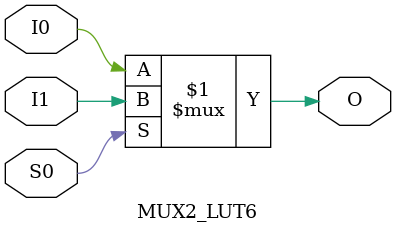
<source format=v>
`ifdef verilator3
`else
`timescale 1 ps / 1 ps
`endif

module MUX2_LUT6
(
    input  I0,
    input  I1,
    input  S0,
    output O
);

    assign O = (S0) ? I1 : I0;

endmodule

</source>
